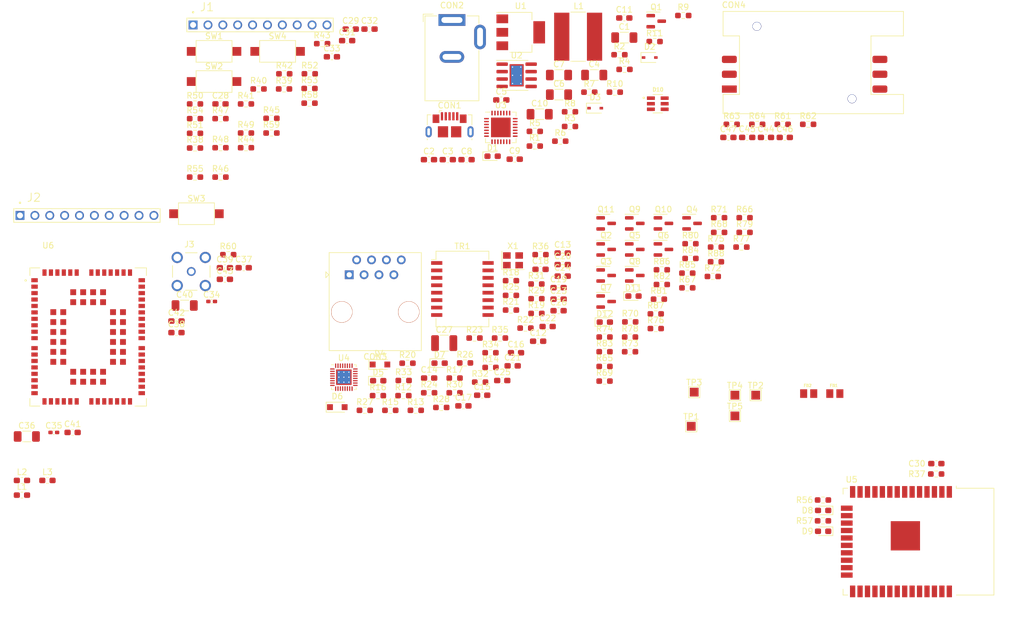
<source format=kicad_pcb>
(kicad_pcb (version 20211014) (generator pcbnew)
  (layers (0 "F.Cu" signal) (31 "B.Cu" signal) (34 "B.Paste" user) (35 "F.Paste" user) (36 "B.SilkS" user "B.Silkscreen") (37 "F.SilkS" user "F.Silkscreen") (38 "B.Mask" user) (39 "F.Mask" user) (44 "Edge.Cuts" user))
  (net 0 "")
  (net 1 "+3V3")
  (net 2 "GND")
  (net 3 "Net-(C3-Pad1)")
  (net 4 "Net-(C3-Pad2)")
  (net 5 "<NO NET>")
  (net 6 "Net-(C8-Pad1)")
  (net 7 "Net-(C8-Pad2)")
  (net 8 "Net-(C9-Pad2)")
  (net 9 "/PHY_IP101/X2")
  (net 10 "/PHY_IP101/X1")
  (net 11 "/PHY_IP101/RESET_N")
  (net 12 "Net-(C21-Pad2)")
  (net 13 "Net-(C22-Pad2)")
  (net 14 "Net-(C23-Pad1)")
  (net 15 "Net-(C23-Pad2)")
  (net 16 "Net-(C24-Pad1)")
  (net 17 "Net-(C24-Pad2)")
  (net 18 "Net-(C25-Pad1)")
  (net 19 "Net-(C25-Pad2)")
  (net 20 "Net-(C26-Pad1)")
  (net 21 "Net-(C26-Pad2)")
  (net 22 "Net-(C27-Pad2)")
  (net 23 "/ESP32/ENABLE")
  (net 24 "/ESP32/IO2")
  (net 25 "/ESP32/IO5")
  (net 26 "Net-(C34-Pad2)")
  (net 27 "/BG95M3/ANT_MAIN")
  (net 28 "/BG95M3/SIM_CARD/CIO")
  (net 29 "/BG95M3/SIM_CARD/RST")
  (net 30 "/BG95M3/SIM_CARD/CLK")
  (net 31 "/BG95M3/USIM_VDD")
  (net 32 "VBUS")
  (net 33 "/POWER_SUPPLY/D-")
  (net 34 "/POWER_SUPPLY/D+")
  (net 36 "+12V")
  (net 37 "Net-(CON3-Pad1)")
  (net 38 "Net-(CON3-Pad2)")
  (net 39 "Net-(CON3-Pad3)")
  (net 40 "Net-(CON3-Pad6)")
  (net 41 "/BG95M3/USIM_GND")
  (net 43 "Net-(D1-Pad2)")
  (net 44 "+5VD")
  (net 45 "Net-(D4-Pad1)")
  (net 46 "Net-(D4-Pad2)")
  (net 47 "Net-(D5-Pad1)")
  (net 48 "Net-(D6-Pad1)")
  (net 49 "Net-(D6-Pad2)")
  (net 50 "Net-(D7-Pad1)")
  (net 51 "/PHY_IP101/PHY_AD3")
  (net 52 "Net-(D8-Pad2)")
  (net 53 "Net-(D9-Pad2)")
  (net 55 "Net-(D12-Pad1)")
  (net 56 "Net-(D11-Pad1)")
  (net 57 "Net-(D11-Pad2)")
  (net 58 "/ESP32/SENSOR_VP")
  (net 59 "/ESP32/SENSOR_VN")
  (net 60 "/ESP32/IO14")
  (net 61 "/ESP32/IO16")
  (net 62 "/ESP32/SDO{slash}SD0")
  (net 63 "/ESP32/SDI{slash}SD1")
  (net 64 "/ESP32/SHD{slash}SD2")
  (net 65 "/ESP32/SWP{slash}SD3")
  (net 66 "/ESP32/SCK{slash}CLK")
  (net 67 "/ESP32/SCS{slash}CMD")
  (net 68 "Net-(Q1-Pad1)")
  (net 69 "Net-(Q2-Pad1)")
  (net 70 "/BG95M3/~{RESET}")
  (net 71 "Net-(Q3-Pad1)")
  (net 72 "/BG95M3/MAIN_RXD")
  (net 73 "Net-(Q4-Pad1)")
  (net 74 "/ESP32/BG95_RXD")
  (net 75 "Net-(Q5-Pad1)")
  (net 76 "Net-(Q6-Pad1)")
  (net 77 "Net-(Q7-Pad1)")
  (net 78 "/BG95M3/~{PWRKEY}")
  (net 79 "Net-(Q8-Pad1)")
  (net 80 "/ESP32/BG95_DTR")
  (net 81 "/BG95M3/MAIN_DTR")
  (net 82 "Net-(Q9-Pad1)")
  (net 83 "/ESP32/BG95_RI")
  (net 84 "/BG95M3/MAIN_RI")
  (net 85 "Net-(Q10-Pad1)")
  (net 86 "Net-(Q11-Pad1)")
  (net 87 "Net-(R1-Pad2)")
  (net 88 "Net-(R2-Pad2)")
  (net 89 "Net-(R3-Pad2)")
  (net 90 "Net-(R4-Pad2)")
  (net 91 "Net-(R8-Pad1)")
  (net 92 "/PHY_IP101/50M_CLKI")
  (net 93 "Net-(R12-Pad2)")
  (net 94 "/PHY_IP101/50M_CLKO")
  (net 95 "/ESP32/PHY_CLK50M")
  (net 96 "Net-(R15-Pad1)")
  (net 97 "/ESP32/PHY_MDC")
  (net 98 "/ESP32/PHY_MDIO")
  (net 99 "/ESP32/PHY_TXD1")
  (net 100 "/PHY_IP101/TD+")
  (net 101 "/PHY_IP101/PHY_AD0")
  (net 102 "/PHY_IP101/TD-")
  (net 103 "/PHY_IP101/TEST_ON")
  (net 104 "/PHY_IP101/CRS{slash}LEDMOD")
  (net 105 "/PHY_IP101/COL{slash}RMII")
  (net 106 "/PHY_IP101/TXER{slash}FXSD")
  (net 107 "/PHY_IP101/RD+")
  (net 108 "/PHY_IP101/RD-")
  (net 109 "/ESP32/UART0_RXD")
  (net 110 "/ESP32/IO1")
  (net 111 "/ESP32/UART0_TXD")
  (net 112 "/ESP32/IO3")
  (net 113 "/ESP32/IO4")
  (net 114 "/ESP32/BG95_RST")
  (net 115 "/ESP32/IO35")
  (net 116 "/ESP32/IO17")
  (net 117 "/ESP32/BG95_TXD")
  (net 118 "/ESP32/IO33")
  (net 119 "/ESP32/IO32")
  (net 120 "/ESP32/IO15")
  (net 121 "/ESP32/BG95_PWRKEY")
  (net 122 "/ESP32/IO0")
  (net 123 "/ESP32/IO27")
  (net 124 "/ESP32/PHY_CRS_DV")
  (net 125 "/ESP32/IO21")
  (net 126 "/ESP32/PHY_TXEN")
  (net 127 "/ESP32/IO18")
  (net 128 "/ESP32/IO23")
  (net 129 "/ESP32/IO25")
  (net 130 "/ESP32/PHY_RXD0")
  (net 131 "/ESP32/IO26")
  (net 132 "/ESP32/PHY_RXD1")
  (net 133 "/ESP32/IO19")
  (net 134 "/ESP32/PHY_TXD0")
  (net 135 "/ESP32/IO22")
  (net 136 "/ESP32/IO34")
  (net 137 "/ESP32/IO12")
  (net 138 "/ESP32/IO13")
  (net 139 "/BG95M3/USIM_RST")
  (net 140 "/BG95M3/USIM_DATA")
  (net 141 "/BG95M3/USIM_CLK")
  (net 142 "/BG95M3/MAIN_TXD")
  (net 143 "/BG95M3/STATUS")
  (net 144 "/BG95M3/NET_STATUS")
  (net 178 "Net-(U6-Pad11)")
  (net 206 "Net-(D12-Pad2)")
  (footprint "TestPoint:TestPoint_Pad_1.5x1.5mm" (layer "F.Cu") (at 149.0175 82.538)
    (fp_text reference "TP2")
    (fp_text value "TestPoint")
  )
  (footprint "Resistor_SMD:R_0603_1608Metric_Pad0.98x0.95mm_HandSolder" (layer "F.Cu") (at 141.6945 62.258)
    (fp_text reference "R72")
    (fp_text value "1k")
  )
  (footprint "Capacitor_SMD:C_0603_1608Metric_Pad1.08x0.95mm_HandSolder" (layer "F.Cu") (at 113.4945 70.808)
    (fp_text reference "C22")
    (fp_text value "100nF/16V")
  )
  (footprint "Transformer_SMD:Transformer_Ethernet_Wuerth_749013011A" (layer "F.Cu") (at 98.9445 64.398)
    (fp_text reference "TR1")
    (fp_text value "S16A-1102")
  )
  (footprint "Capacitor_SMD:C_0603_1608Metric_Pad1.08x0.95mm_HandSolder" (layer "F.Cu") (at 50.1245 71.848)
    (fp_text reference "C38")
    (fp_text value "33pF/16V")
  )
  (footprint "Resistor_SMD:R_0603_1608Metric_Pad0.98x0.95mm_HandSolder" (layer "F.Cu") (at 120.6145 30.768)
    (fp_text reference "R7")
    (fp_text value "10k")
  )
  (footprint "Resistor_SMD:R_0603_1608Metric_Pad0.98x0.95mm_HandSolder" (layer "F.Cu") (at 53.2945 45.278)
    (fp_text reference "R55")
    (fp_text value "0R")
  )
  (footprint "Resistor_SMD:R_0603_1608Metric_Pad0.98x0.95mm_HandSolder" (layer "F.Cu") (at 61.9945 40.258)
    (fp_text reference "R44")
    (fp_text value "0R")
  )
  (footprint "Alexandre_Library:BEADC2012X105N" (layer "F.Cu") (at 162.5255 82.271)
    (fp_text reference "FB1")
    (fp_text value "MPZ2012S102AT000" hide)
  )
  (footprint "Resistor_SMD:R_0603_1608Metric_Pad0.98x0.95mm_HandSolder" (layer "F.Cu") (at 103.7445 77.798)
    (fp_text reference "R14")
    (fp_text value "0R")
  )
  (footprint "Resistor_SMD:R_0603_1608Metric_Pad0.98x0.95mm_HandSolder" (layer "F.Cu") (at 126.6245 26.878)
    (fp_text reference "R4")
    (fp_text value "33k")
  )
  (footprint "TestPoint:TestPoint_Pad_1.5x1.5mm" (layer "F.Cu") (at 138.5225 82.017)
    (fp_text reference "TP3")
    (fp_text value "TestPoint")
  )
  (footprint "Capacitor_SMD:C_0603_1608Metric_Pad1.08x0.95mm_HandSolder" (layer "F.Cu") (at 116.0645 60.228)
    (fp_text reference "C20")
    (fp_text value "100nF/16V")
  )
  (footprint "Package_TO_SOT_SMD:SOT-23" (layer "F.Cu") (at 123.4845 53.188)
    (fp_text reference "Q11")
    (fp_text value "BC817")
  )
  (footprint "Resistor_SMD:R_0603_1608Metric_Pad0.98x0.95mm_HandSolder" (layer "F.Cu") (at 72.8845 27.628)
    (fp_text reference "R52")
    (fp_text value "0R")
  )
  (footprint "Button_Switch_SMD:SW_SPST_CK_RS282G05A3" (layer "F.Cu") (at 67.3945 23.798)
    (fp_text reference "SW4")
    (fp_text value "SW_Push")
  )
  (footprint "Diode_SMD:D_SOD-323" (layer "F.Cu") (at 130.9245 24.848)
    (fp_text reference "D2")
    (fp_text value "BAT60A")
  )
  (footprint "Capacitor_SMD:C_0603_1608Metric_Pad1.08x0.95mm_HandSolder" (layer "F.Cu") (at 107.5245 77.528)
    (fp_text reference "C21")
    (fp_text value "100nF/16V")
  )
  (footprint "Capacitor_SMD:C_0603_1608Metric_Pad1.08x0.95mm_HandSolder" (layer "F.Cu") (at 79.8745 19.988)
    (fp_text reference "C29")
    (fp_text value "100nF/16V")
  )
  (footprint "Resistor_SMD:R_0603_1608Metric_Pad0.98x0.95mm_HandSolder" (layer "F.Cu") (at 136.6545 17.668)
    (fp_text reference "R9")
    (fp_text value "6k8")
  )
  (footprint "Alexandre_Library:ESDA6V1BC6" (layer "F.Cu") (at 132.2995 32.741)
    (fp_text reference "D10")
    (fp_text value "ESDA6V1BC6" hide)
  )
  (footprint "Capacitor_SMD:C_0603_1608Metric_Pad1.08x0.95mm_HandSolder" (layer "F.Cu") (at 115.3645 64.168)
    (fp_text reference "C19")
    (fp_text value "100nF/16V")
  )
  (footprint "Resistor_SMD:R_0603_1608Metric_Pad0.98x0.95mm_HandSolder" (layer "F.Cu") (at 115.6545 39.138)
    (fp_text reference "R6")
    (fp_text value "47k")
  )
  (footprint "Resistor_SMD:R_0603_1608Metric_Pad0.98x0.95mm_HandSolder" (layer "F.Cu") (at 137.3445 61.688)
    (fp_text reference "R85")
    (fp_text value "47k")
  )
  (footprint "Resistor_SMD:R_0603_1608Metric_Pad0.98x0.95mm_HandSolder" (layer "F.Cu") (at 132.9945 61.118)
    (fp_text reference "R86")
    (fp_text value "47k")
  )
  (footprint "Capacitor_SMD:C_0603_1608Metric_Pad1.08x0.95mm_HandSolder" (layer "F.Cu") (at 107.8745 42.218)
    (fp_text reference "C9")
    (fp_text value "100nF")
  )
  (footprint "Resistor_SMD:R_0603_1608Metric_Pad0.98x0.95mm_HandSolder" (layer "F.Cu") (at 131.9545 71.158)
    (fp_text reference "R76")
    (fp_text value "10k")
  )
  (footprint "Package_TO_SOT_SMD:SOT-23" (layer "F.Cu") (at 138.1545 53.188)
    (fp_text reference "Q4")
    (fp_text value "BC817")
  )
  (footprint "Diode_SMD:D_SOD-323" (layer "F.Cu") (at 121.6145 33.498)
    (fp_text reference "D3")
    (fp_text value "BAT60A")
  )
  (footprint "Capacitor_SMD:C_0603_1608Metric_Pad1.08x0.95mm_HandSolder" (layer "F.Cu") (at 108.0945 75.288)
    (fp_text reference "C16")
    (fp_text value "10uF/16V")
  )
  (footprint "Resistor_SMD:R_0603_1608Metric_Pad0.98x0.95mm_HandSolder" (layer "F.Cu") (at 132.4945 66.138)
    (fp_text reference "R81")
    (fp_text value "4k7")
  )
  (footprint "Resistor_SMD:R_0603_1608Metric_Pad0.98x0.95mm_HandSolder" (layer "F.Cu") (at 137.8845 56.668)
    (fp_text reference "R80")
    (fp_text value "2k2")
  )
  (footprint "Package_TO_SOT_SMD:SOT-23" (layer "F.Cu") (at 133.2645 53.188)
    (fp_text reference "Q10")
    (fp_text value "BC817")
  )
  (footprint "Capacitor_SMD:C_0603_1608Metric_Pad1.08x0.95mm_HandSolder" (layer "F.Cu") (at 126.5845 18.088)
    (fp_text reference "C11")
    (fp_text value "1uF/25V")
  )
  (footprint "LED_SMD:LED_0603_1608Metric_Pad1.05x0.95mm_HandSolder" (layer "F.Cu") (at 123.2595 70.058)
    (fp_text reference "D12")
    (fp_text value "LED_BLUE")
  )
  (footprint "Resistor_SMD:R_0603_1608Metric_Pad0.98x0.95mm_HandSolder" (layer "F.Cu") (at 66.3445 37.748)
    (fp_text reference "R59")
    (fp_text value "10k")
  )
  (footprint "Capacitor_SMD:C_0603_1608Metric_Pad1.08x0.95mm_HandSolder" (layer "F.Cu") (at 153.9845 38.498)
    (fp_text reference "C46")
    (fp_text value "33pF/16V")
  )
  (footprint "Resistor_SMD:R_0603_1608Metric_Pad0.98x0.95mm_HandSolder" (layer "F.Cu") (at 72.8445 32.648)
    (fp_text reference "R58")
    (fp_text value "10k")
  )
  (footprint "Diode_SMD:D_SOD-323_HandSoldering" (layer "F.Cu") (at 77.5845 84.588)
    (fp_text reference "D6")
    (fp_text value "SP4020-01FTG-C")
  )
  (footprint "Resistor_SMD:R_0603_1608Metric_Pad0.98x0.95mm_HandSolder" (layer "F.Cu") (at 146.5845 57.238)
    (fp_text reference "R77")
    (fp_text value "4k7")
  )
  (footprint "Resistor_SMD:R_0603_1608Metric_Pad0.98x0.95mm_HandSolder" (layer "F.Cu") (at 111.3045 39.978)
    (fp_text reference "R1")
    (fp_text value "1k")
  )
  (footprint "Capacitor_SMD:C_0603_1608Metric_Pad1.08x0.95mm_HandSolder" (layer "F.Cu") (at 99.1145 84.368)
    (fp_text reference "C17")
    (fp_text value "100nF/16V")
  )
  (footprint "Resistor_SMD:R_0603_1608Metric_Pad0.98x0.95mm_HandSolder" (layer "F.Cu") (at 157.9745 36.258)
    (fp_text reference "R62")
    (fp_text value "22R")
  )
  (footprint "Capacitor_SMD:C_0603_1608Metric_Pad1.08x0.95mm_HandSolder" (layer "F.Cu") (at 116.0645 58.258)
    (fp_text reference "C13")
    (fp_text value "15pF/50V")
  )
  (footprint "Capacitor_SMD:C_0603_1608Metric_Pad1.08x0.95mm_HandSolder" (layer "F.Cu") (at 58.3945 62.738)
    (fp_text reference "C43")
    (fp_text value "10pF/16V")
  )
  (footprint "Resistor_SMD:R_0603_1608Metric_Pad0.98x0.95mm_HandSolder" (layer "F.Cu") (at 111.5845 68.568)
    (fp_text reference "R19")
    (fp_text value "0R")
  )
  (footprint "Inductor_SMD:L_0603_1608Metric_Pad1.05x0.95mm_HandSolder" (layer "F.Cu") (at 28.0945 97.108)
    (fp_text reference "L3")
    (fp_text value "BEAD")
  )
  (footprint "Resistor_SMD:R_0603_1608Metric_Pad0.98x0.95mm_HandSolder" (layer "F.Cu") (at 127.5645 75.118)
    (fp_text reference "R73")
    (fp_text value "10k")
  )
  (footprint "Resistor_SMD:R_0603_1608Metric_Pad0.98x0.95mm_HandSolder" (layer "F.Cu") (at 99.3945 77.028)
    (fp_text reference "R26")
    (fp_text value "5.1k")
  )
  (footprint "Package_TO_SOT_SMD:SOT-23" (layer "F.Cu") (at 128.3745 62.088)
    (fp_text reference "Q8")
    (fp_text value "BC817")
  )
  (footprint "Capacitor_SMD:C_0603_1608Metric_Pad1.08x0.95mm_HandSolder" (layer "F.Cu") (at 83.0845 19.988)
    (fp_text reference "C32")
    (fp_text value "100nF/16V")
  )
  (footprint "Resistor_SMD:R_0603_1608Metric_Pad0.98x0.95mm_HandSolder" (layer "F.Cu") (at 64.1445 30.218)
    (fp_text reference "R40")
    (fp_text value "0R")
  )
  (footprint "Resistor_SMD:R_0603_1608Metric_Pad0.98x0.95mm_HandSolder" (layer "F.Cu") (at 57.6445 35.288)
    (fp_text reference "R47")
    (fp_text value "0R")
  )
  (footprint "Resistor_SMD:R_0603_1608Metric_Pad0.98x0.95mm_HandSolder" (layer "F.Cu") (at 57.6445 40.258)
    (fp_text reference "R48")
    (fp_text value "0R")
  )
  (footprint "Resistor_SMD:R_0603_1608Metric_Pad0.98x0.95mm_HandSolder" (layer "F.Cu") (at 147.1245 54.728)
    (fp_text reference "R79")
    (fp_text value "2k2")
  )
  (footprint "Capacitor_SMD:C_1210_3225Metric_Pad1.33x2.70mm_HandSolder" (layer "F.Cu") (at 95.8345 73.648)
    (fp_text reference "C27")
    (fp_text value "1nF/2kV")
  )
  (footprint "Resistor_SMD:R_0603_1608Metric_Pad0.98x0.95mm_HandSolder" (layer "F.Cu") (at 61.9945 37.748)
    (fp_text reference "R49")
    (fp_text value "0R")
  )
  (footprint "Capacitor_SMD:C_1206_3216Metric_Pad1.33x1.80mm_HandSolder" (layer "F.Cu") (at 121.4445 27.838)
    (fp_text reference "C4")
    (fp_text value "10uF/25V")
  )
  (footprint "Button_Switch_SMD:SW_SPST_CK_RS282G05A3" (layer "F.Cu") (at 53.5345 51.538)
    (fp_text reference "SW3")
    (fp_text value "SW_Push")
  )
  (footprint "LED_SMD:LED_0603_1608Metric_Pad1.05x0.95mm_HandSolder" (layer "F.Cu") (at 128.1495 65.608)
    (fp_text reference "D11")
    (fp_text value "LED_RED")
  )
  (footprint "Package_DFN_QFN:QFN-28-1EP_5x5mm_P0.5mm_EP3.35x3.35mm" (layer "F.Cu") (at 105.5045 36.788)
    (fp_text reference "U3")
    (fp_text value "CP2102N")
  )
  (footprint "Resistor_SMD:R_0603_1608Metric_Pad0.98x0.95mm_HandSolder" (layer "F.Cu") (at 137.8845 59.178)
    (fp_text reference "R84")
    (fp_text value "4k7")
  )
  (footprint "Package_TO_SOT_SMD:SOT-23" (layer "F.Cu") (at 133.2645 57.638)
    (fp_text reference "Q6")
    (fp_text value "BC817")
  )
  (footprint "TestPoint:TestPoint_Pad_1.5x1.5mm" (layer "F.Cu") (at 145.4675 86.088)
    (fp_text reference "TP5")
    (fp_text value "TestPoint")
  )
  (footprint "Resistor_SMD:R_0603_1608Metric_Pad0.98x0.95mm_HandSolder" (layer "F.Cu") (at 61.9945 32.778)
    (fp_text reference "R41")
    (fp_text value "0R")
  )
  (footprint "Capacitor_SMD:C_0603_1608Metric_Pad1.08x0.95mm_HandSolder" (layer "F.Cu") (at 61.6045 60.768)
    (fp_text reference "C37")
    (fp_text value "100nF/16V")
  )
  (footprint "Resistor_SMD:R_0603_1608Metric_Pad0.98x0.95mm_HandSolder" (layer "F.Cu") (at 160.5045 100.457)
    (fp_text reference "R56")
    (fp_text value "330R" hide)
  )
  (footprint "Inductor_SMD:L_0603_1608Metric_Pad1.05x0.95mm_HandSolder" (layer "F.Cu") (at 23.7445 99.618)
    (fp_text reference "L1")
    (fp_text value "BEAD")
  )
  (footprint "Resistor_SMD:R_0603_1608Metric_Pad0.98x0.95mm_HandSolder" (layer "F.Cu") (at 53.2945 35.288)
    (fp_text reference "R54")
    (fp_text value "0R")
  )
  (footprint "Capacitor_SMD:C_0603_1608Metric_Pad1.08x0.95mm_HandSolder" (layer "F.Cu") (at 150.7745 38.498)
    (fp_text reference "C44")
    (fp_text value "33pF/16V")
  )
  (footprint "Resistor_SMD:R_0603_1608Metric_Pad0.98x0.95mm_HandSolder" (layer "F.Cu") (at 137.3445 64.198)
    (fp_text reference "R67")
    (fp_text value "10k")
  )
  (footprint "Capacitor_SMD:C_0603_1608Metric_Pad1.08x0.95mm_HandSolder" (layer "F.Cu") (at 76.6645 24.718)
    (fp_text reference "C33")
    (fp_text value "100nF/16V")
  )
  (footprint "Capacitor_SMD:C_1206_3216Metric_Pad1.33x1.80mm_HandSolder" (layer "F.Cu") (at 24.5745 89.598)
    (fp_text reference "C36")
    (fp_text value "100uF/6,3V")
  )
  (footprint "Resistor_SMD:R_0603_1608Metric_Pad0.98x0.95mm_HandSolder" (layer "F.Cu") (at 74.9945 22.478)
    (fp_text reference "R43")
    (fp_text value "0R")
  )
  (footprint "Resistor_SMD:R_0603_1608Metric_Pad0.98x0.95mm_HandSolder" (layer "F.Cu") (at 147.1245 52.218)
    (fp_text reference "R66")
    (fp_text value "10k")
  )
  (footprint "Resistor_SMD:R_0603_1608Metric_Pad0.98x0.95mm_HandSolder" (layer "F.Cu") (at 105.3645 72.778)
    (fp_text reference "R35")
    (fp_text value "75R")
  )
  (footprint "Alexandre_Library:LPRS_SMA_CONNECTOR" (layer "F.Cu") (at 52.6545 61.408)
    (fp_text reference "J3")
    (fp_text value "SMA_CONNECTOR")
  )
  (footprint "Resistor_SMD:R_0603_1608Metric_Pad0.98x0.95mm_HandSolder" (layer "F.Cu") (at 142.2345 59.748)
    (fp_text reference "R88")
    (fp_text value "100k")
  )
  (footprint "Resistor_SMD:R_0603_1608Metric_Pad0.98x0.95mm_HandSolder" (layer "F.Cu") (at 103.7445 75.288)
    (fp_text reference "R34")
    (fp_text value "75R")
  )
  (footprint "Resistor_SMD:R_0603_1608Metric_Pad0.98x0.95mm_HandSolder" (layer "F.Cu") (at 123.2145 80.138)
    (fp_text reference "R69")
    (fp_text value "10k")
  )
  (footprint "LED_SMD:LED_0603_1608Metric_Pad1.05x0.95mm_HandSolder" (layer "F.Cu") (at 84.5695 80.068)
    (fp_text reference "D5")
    (fp_text value "LED_RED")
  )
  (footprint "Resistor_SMD:R_0603_1608Metric_Pad0.98x0.95mm_HandSolder" (layer "F.Cu") (at 117.3145 36.628)
    (fp_text reference "R3")
    (fp_text value "22k")
  )
  (footprint "Capacitor_SMD:C_1206_3216Metric_Pad1.33x1.80mm_HandSolder" (layer "F.Cu") (at 126.5845 21.438)
    (fp_text reference "C1")
    (fp_text value "4.7uF/16V")
  )
  (footprint "Package_TO_SOT_SMD:SOT-223-3_TabPin2" (layer "F.Cu") (at 108.9045 20.538)
    (fp_text reference "U1")
    (fp_text value "AP1117-33")
  )
  (footprint "Connector_USB:USB_Micro-B_GCT_USB3076-30-A" (layer "F.Cu") (at 96.7545 36.338)
    (fp_text reference "CON1")
    (fp_text value "USB_B_Micro")
  )
  (footprint "Package_TO_SOT_SMD:SOT-23" (layer "F.Cu") (at 128.3745 57.638)
    (fp_text reference "Q5")
    (fp_text value "BC817")
  )
  (footprint "Resistor_SMD:R_0603_1608Metric_Pad0.98x0.95mm_HandSolder" (layer "F.Cu") (at 149.2745 36.258)
    (fp_text reference "R64")
    (fp_text value "22R")
  )
  (footprint "Capacitor_SMD:C_0603_1608Metric_Pad1.08x0.95mm_HandSolder" (layer "F.Cu") (at 93.2345 42.298)
    (fp_text reference "C2")
    (fp_text value "100nF/16V")
  )
  (footprint "Package_SO:SOIC-8-1EP_3.9x4.9mm_P1.27mm_EP2.41x3.81mm_ThermalVias" (layer "F.Cu") (at 108.2045 27.888)
    (fp_text reference "U2")
    (fp_text value "AP6503")
  )
  (footprint "Resistor_SMD:R_0603_1608Metric_Pad0.98x0.95mm_HandSolder" (layer "F.Cu") (at 84.5245 82.618)
    (fp_text reference "R16")
    (fp_text value "10k")
  )
  (footprint "Package_TO_SOT_SMD:SOT-23" (layer "F.Cu") (at 123.4845 57.638)
    (fp_text reference "Q2")
    (fp_text value "BC817")
  )
  (footprint "Capacitor_SMD:C_1206_3216Metric_Pad1.33x1.80mm_HandSolder" (layer "F.Cu") (at 115.4345 27.838)
    (fp_text reference "C7")
    (fp_text value "22uF/16V")
  )
  (footprint "LED_SMD:LED_0603_1608Metric_Pad1.05x0.95mm_HandSolder" (layer "F.Cu") (at 95.0495 77.068)
    (fp_text reference "D7")
    (fp_text value "LED_GREEN")
  )
  (footprint "Resistor_SMD:R_0603_1608Metric_Pad0.98x0.95mm_HandSolder" (layer "F.Cu") (at 68.4945 30.218)
    (fp_text reference "R39")
    (fp_text value "0R")
  )
  (footprint "LED_SMD:LED_0603_1608Metric_Pad1.05x0.95mm_HandSolder" (layer "F.Cu") (at 104.0995 41.708)
    (fp_text reference "D1")
    (fp_text value "LED_GREEN")
  )
  (footprint "Capacitor_SMD:C_0603_1608Metric_Pad1.08x0.95mm_HandSolder" (layer "F.Cu") (at 179.8585 94.234 180)
    (fp_text reference "C30")
    (fp_text value "100nF/16V" hide)
  )
  (footprint "Resistor_SMD:R_0603_1608Metric_Pad0.98x0.95mm_HandSolder" (layer "F.Cu") (at 127.6045 70.018)
    (fp_text reference "R70")
    (fp_text value "1k")
  )
  (footprint "Resistor_SMD:R_0603_1608Metric_Pad0.98x0.95mm_HandSolder" (layer "F.Cu") (at 153.6245 36.258)
    (fp_text reference "R61")
    (fp_text value "15k")
  )
  (footprint "Capacitor_SMD:C_0603_1608Metric_Pad1.08x0.95mm_HandSolder" (layer "F.Cu") (at 96.4445 42.298)
    (fp_text reference "C3")
    (fp_text value "10nF")
  )
  (footprint "Resistor_SMD:R_0603_1608Metric_Pad0.98x0.95mm_HandSolder" (layer "F.Cu") (at 131.9545 68.648)
    (fp_text reference "R87")
    (fp_text value "100k")
  )
  (footprint "Resistor_SMD:R_0603_1608Metric_Pad0.98x0.95mm_HandSolder" (layer "F.Cu") (at 57.6445 45.278)
    (fp_text reference "R46")
    (fp_text value "0R")
  )
  (footprint "Capacitor_SMD:C_0603_1608Metric_Pad1.08x0.95mm_HandSolder" (layer "F.Cu") (at 144.3545 38.498)
    (fp_text reference "C47")
    (fp_text value "33pF/16V")
  )
  (footprint "Alexandre_Library:TE_104426-8" (layer "F.Cu") (at 34.8415 51.831)
    (fp_text reference "J2")
    (fp_text value "104426-8")
  )
  (footprint "Resistor_SMD:R_0603_1608Metric_Pad0.98x0.95mm_HandSolder" (layer "F.Cu") (at 88.8745 82.618)
    (fp_text reference "R12")
    (fp_text value "0R")
  )
  (footprint "Oscillator:Oscillator_SMD_Abracon_ASE-4Pin_3.2x2.5mm" (layer "F.Cu") (at 107.5845 59.498)
    (fp_text reference "X1")
    (fp_text value "25MHz")
  )
  (footprint "Capacitor_SMD:C_0402_1005Metric_Pad0.74x0.62mm_HandSolder" (layer "F.Cu") (at 29.1845 88.908)
    (fp_text reference "C35")
    (fp_text value "33pF/16V")
  )
  (footprint "Resistor_SMD:R_0603_1608Metric_Pad0.98x0.95mm_HandSolder" (layer "F.Cu") (at 93.2645 82.128)
    (fp_text reference "R24")
    (fp_text value "5.1k")
  )
  (footprint "Resistor_SMD:R_0603_1608Metric_Pad0.98x0.95mm_HandSolder" (layer "F.Cu") (at 111.3045 37.468)
    (fp_text reference "R5")
    (fp_text value "1k")
  )
  (footprint "Resistor_SMD:R_0603_1608Metric_Pad0.98x0.95mm_HandSolder" (layer "F.Cu") (at 142.7745 54.728)
    (fp_text reference "R68")
    (fp_text value "1k")
  )
  (footprint "Capacitor_SMD:C_0603_1608Metric_Pad1.08x0.95mm_HandSolder" (layer "F.Cu") (at 57.6445 32.778)
    (fp_text reference "C28")
    (fp_text value "1uF/16V")
  )
  (footprint "Resistor_SMD:R_0603_1608Metric_Pad0.98x0.95mm_HandSolder" (layer "F.Cu") (at 144.9245 36.258)
    (fp_text reference "R63")
    (fp_text value "22R")
  )
  (footprint "TestPoint:TestPoint_Pad_1.5x1.5mm" (layer "F.Cu") (at 138.0145 87.859)
    (fp_text reference "TP1")
    (fp_text value "TestPoint")
  )
  (footprint "Resistor_SMD:R_0603_1608Metric_Pad0.98x0.95mm_HandSolder" (layer "F.Cu") (at 117.3145 34.118)
    (fp_text reference "R8")
    (fp_text value "10k")
  )
  (footprint "Capacitor_SMD:C_0603_1608Metric_Pad1.08x0.95mm_HandSolder" (layer "F.Cu") (at 112.2845 61.038)
    (fp_text reference "C18")
    (fp_text value "10uF/16V")
  )
  (footprint "Capacitor_SMD:C_0603_1608Metric_Pad1.08x0.95mm_HandSolder" (layer "F.Cu") (at 111.8745 73.318)
    (fp_text reference "C12")
    (fp_text value "15pF/50V")
  )
  (footprint "Package_TO_SOT_SMD:SOT-23" (layer "F.Cu") (at 123.4845 66.538)
    (fp_text reference "Q7")
    (fp_text value "BC817")
  )
  (footprint "Resistor_SMD:R_0603_1608Metric_Pad0.98x0.95mm_HandSolder" (layer "F.Cu") (at 123.2145 75.118)
    (fp_text reference "R83")
    (fp_text value "4k7")
  )
  (footprint "Resistor_SMD:R_0603_1608Metric_Pad0.98x0.95mm_HandSolder" (layer "F.Cu") (at 68.5345 27.628)
    (fp_text reference "R42")
    (fp_text value "0R")
  )
  (footprint "Resistor_SMD:R_0603_1608Metric_Pad0.98x0.95mm_HandSolder" (layer "F.Cu") (at 142.7745 52.218)
    (fp_text reference "R71")
    (fp_text value "1k")
  )
  (footprint "Resistor_SMD:R_0603_1608Metric_Pad0.98x0.95mm_HandSolder" (layer "F.Cu") (at 124.9645 30.768)
    (fp_text reference "R10")
    (fp_text value "100k")
  )
  (footprint "Resistor_SMD:R_0603_1608Metric_Pad0.98x0.95mm_HandSolder" (layer "F.Cu") (at 88.9145 80.028)
    (fp_text reference "R33")
    (fp_text value "75R")
  )
  (footprint "Inductor_SMD:L_0603_1608Metric_Pad1.05x0.95mm_HandSolder" (layer "F.Cu") (at 23.7445 97.108)
    (fp_text reference "L2")
    (fp_text value "BEAD")
  )
  (footprint "Resistor_SMD:R_0603_1608Metric_Pad0.98x0.95mm_HandSolder" (layer "F.Cu") (at 58.9645 58.528)
    (fp_text reference "R60")
    (fp_text value "0R")
  )
  (footprint "Connector_RJ:RJ45_OST_PJ012-8P8CX_Vertical" (layer "F.Cu") (at 79.6195 61.968)
    (fp_text reference "CON3")
    (fp_text value "8P8C")
  )
  (footprint "Resistor_SMD:R_0603_1608Metric_Pad0.98x0.95mm_HandSolder" (layer "F.Cu") (at 90.9845 85.128)
    (fp_text reference "R13")
    (fp_text value "0R")
  )
  (footprint "Resistor_SMD:R_0603_1608Metric_Pad0.98x0.95mm_HandSolder" (layer "F.Cu") (at 123.2145 72.608)
    (fp_text reference "R74")
    (fp_text value "100k")
  )
  (footprint "Resistor_SMD:R_0603_1608Metric_Pad0.98x0.95mm_HandSolder" (layer "F.Cu") (at 112.2845 58.528)
    (fp_text reference "R36")
    (fp_text value "75R")
  )
  (footprint "LED_SMD:LED_0603_1608Metric_Pad1.05x0.95mm_HandSolder" (layer "F.Cu") (at 160.528 102.235 180)
    (fp_text reference "D8")
    (fp_text value "LED_GREEN" hide)
  )
  (footprint "Capacitor_SMD:C_0603_1608Metric_Pad1.08x0.95mm_HandSolder" (layer "F.Cu") (at 115.3645 68.108)
    (fp_text reference "C26")
    (fp_text value "10nF/100V")
  )
  (footprint "Capacitor_SMD:C_0603_1608Metric_Pad1.08x0.95mm_HandSolder" (layer "F.Cu") (at 102.3245 82.548)
    (fp_text reference "C15")
    (fp_text value "100nF/16V")
  )
  (footprint "Capacitor_SMD:C_0603_1608Metric_Pad1.08x0.95mm_HandSolder" (layer "F.Cu") (at 93.2645 79.618)
    (fp_text reference "C14")
    (fp_text value "10uF/16V")
  )
  (footprint "Alexandre_Library:BEADC2012X105N" (layer "F.Cu") (at 158.0655 82.271)
    (fp_text reference "FB2")
    (fp_text value "MPZ2012S102AT000" hide)
  )
  (footprint "Button_Switch_SMD:SW_SPST_CK_RS282G05A3" (layer "F.Cu") (at 56.5445 23.798)
    (fp_text reference "SW1")
    (fp_text value "SW_Push")
  )
  (footprint "Resistor_SMD:R_0603_1608Metric_Pad0.98x0.95mm_HandSolder" (layer "F.Cu") (at 142.2345 57.238)
    (fp_text reference "R75")
    (fp_text value "100k")
  )
  (footprint "Capacitor_SMD:C_1206_3216Metric_Pad1.33x1.80mm_HandSolder" (layer "F.Cu") (at 112.1345 34.538)
    (fp_text reference "C10")
    (fp_text value "22uF/25V")
  )
  (footprint "RF_Module:ESP32-WROOM-32" (layer "F.Cu") (at 173.82 107.569 -90)
    (fp_text reference "U5")
    (fp_text value "ESP32-WROOM-32D" hide)
  )
  (footprint "Alexandre_Library:SIM_CARD_SIMPLES" (layer "F.Cu") (at 144.5195 30.243)
    (fp_text reference "CON4")
    (fp_text value "SIM_CARD")
  )
  (footprint "Resistor_SMD:R_0603_1608Metric_Pad0.98x0.95mm_HandSolder" (layer "F.Cu") (at 107.2345 65.488)
    (fp_text reference "R25")
    (fp_text value "5.1k")
  )
  (footprint "Resistor_SMD:R_0603_1608Metric_Pad0.98x0.95mm_HandSolder" (layer "F.Cu") (at 107.2345 67.998)
    (fp_text reference "R21")
    (fp_text value "5.1k")
  )
  (footprint "Resistor_SMD:R_0603_1608Metric_Pad0.98x0.95mm_HandSolder" (layer "F.Cu") (at 97.6145 82.128)
    (fp_text reference "R30")
    (fp_text value "0R")
  )
  (footprint "Resistor_SMD:R_0603_1608Metric_Pad0.98x0.95mm_HandSolder" (layer "F.Cu") (at 127.5645 72.608)
    (fp_text reference "R78")
    (fp_text value "4k7")
  )
  (footprint "Capacitor_SMD:C_0603_1608Metric_Pad1.08x0.95mm_HandSolder" (layer "F.Cu") (at 147.5645 38.498)
    (fp_text reference "C45")
    (fp_text value "100nF/16V")
  )
  (footprint "Connector_BarrelJack:BarrelJack_GCT_DCJ200-10-A_Horizontal" (layer "F.Cu") (at 97.1545 18.438)
    (fp_text reference "CON2")
    (fp_text value "Barrel_Jack_MountingPin")
  )
  (footprint "Resistor_SMD:R_0603_1608Metric_Pad0.98x0.95mm_HandSolder" (layer "F.Cu") (at 82.2845 85.128)
    (fp_text reference "R27")
    (fp_text value "5.1k")
  )
  (footprint "Resistor_SMD:R_0603_1608Metric_Pad0.98x0.95mm_HandSolder" (layer "F.Cu") (at 111.5845 66.058)
    (fp_text reference "R29")
    (fp_text value "0R")
  )
  (footprint "Resistor_SMD:R_0603_1608Metric_Pad0.98x0.95mm_HandSolder" (layer "F.Cu") (at 89.5745 77.078)
    (fp_text reference "R20")
    (fp_text value "0R")
  )
  (footprint "Package_TO_SOT_SMD:SOT-23" (layer "F.Cu") (at 128.3745 53.188)
    (fp_text reference "Q9")
    (fp_text value "BC817")
  )
  (footprint "Capacitor_SMD:C_0603_1608Metric_Pad1.08x0.95mm_HandSolder" (layer "F.Cu") (at 105.7445 80.038)
    (fp_text reference "C25")
    (fp_text value "10nF/100V")
  )
  (footprint "Capacitor_SMD:C_0603_1608Metric_Pad1.08x0.95mm_HandSolder" (layer "F.Cu") (at 58.3945 60.768)
    (fp_text reference "C39")
    (fp_text value "10pF/16V")
  )
  (footprint "Resistor_SMD:R_0603_1608Metric_Pad0.98x0.95mm_HandSolder" (layer "F.Cu") (at 72.8445 30.138)
    (fp_text reference "R53")
    (fp_text value "0R")
  )
  (footprint "Resistor_SMD:R_0603_1608Metric_Pad0.98x0.95mm_HandSolder" (layer "F.Cu") (at 86.6345 85.128)
    (fp_text reference "R15")
    (fp_text value "6.19k")
  )
  (footprint "Resistor_SMD:R_0603_1608Metric_Pad0.98x0.95mm_HandSolder" (layer "F.Cu") (at 101.0145 72.778)
    (fp_text reference "R23")
    (fp_text value "1k")
  )
  (footprint "Resistor_SMD:R_0603_1608Metric_Pad0.98x0.95mm_HandSolder" (layer "F.Cu") (at 97.6145 79.618)
    (fp_text reference "R17")
    (fp_text value "5.1k")
  )
  (footprint "Resistor_SMD:R_0603_1608Metric_Pad0.98x0.95mm_HandSolder" (layer "F.Cu") (at 53.2945 40.308)
    (fp_text reference "R38")
    (fp_text value "0R")
  )
  (footprint "Resistor_SMD:R_0603_1608Metric_Pad0.98x0.95mm_HandSolder" (layer "F.Cu") (at 111.5845 63.548)
    (fp_text reference "R31")
    (fp_text value "5.1k")
  )
  (footprint "Package_DFN_QFN:QFN-32-1EP_4x4mm_P0.4mm_EP2.65x2.65mm_ThermalVias" (layer "F.Cu") (at 78.7045 79.468)
    (fp_text reference "U4")
    (fp_text value "IP101GRI")
  )
  (footprint "Resistor_SMD:R_0603_1608Metric_Pad0.98x0.95mm_HandSolder" (layer "F.Cu") (at 109.7145 71.078)
    (fp_text reference "R22")
    (fp_text value "0R")
  )
  (footprint "Capacitor_SMD:C_0603_1608Metric_Pad1.08x0.95mm_HandSolder" (layer "F.Cu") (at 99.6545 42.298)
    (fp_text reference "C8")
    (fp_text value "6,8nF")
  )
  (footprint "Resistor_SMD:R_0603_1608Metric_Pad0.98x0.95mm_HandSolder" (layer "F.Cu") (at 95.3345 84.638)
    (fp_text reference "R28")
    (fp_text value "5.1k")
  )
  (footprint "Resistor_SMD:R_0603_1608Metric_Pad0.98x0.95mm_HandSolder" (layer "F.Cu") (at 53.2945 32.778)
    (fp_text reference "R50")
    (fp_text value "0R")
  )
  (footprint "Resistor_SMD:R_0603_1608Metric_Pad0.98x0.95mm_HandSolder" (layer "F.Cu") (at 107.2345 62.978)
    (fp_text reference "R18")
    (fp_text value "5.1k")
  )
  (footprint "Capacitor_SMD:C_0603_1608Metric_Pad1.08x0.95mm_HandSolder" (layer "F.Cu") (at 105.5845 32.098)
    (fp_text reference "C5")
    (fp_text value "100nF")
  )
  (footprint "Alexandre_Library:TE_104426-8" (layer "F.Cu") (at 64.3915 19.281)
    (fp_text reference "J1")
    (fp_text value "104426-8")
  )
  (footprint "Capacitor_SMD:C_0603_1608Metric_Pad1.08x0.95mm_HandSolder" (layer "F.Cu") (at 115.3645 66.138)
    (fp_text reference "C23")
    (fp_text value "10nF/100V")
  )
  (footprint "Capacitor_SMD:C_1206_3216Metric_Pad1.33x1.80mm_HandSolder" (layer "F.Cu") (at 51.5245 67.218)
    (fp_text reference "C40")
    (fp_text value "100uF/6,3V")
  )
  (footprint "Resistor_SMD:R_0603_1608Metric_Pad0.98x0.95mm_HandSolder" (layer "F.Cu") (at 179.832 96.012 180)
    (fp_text reference "R37")
    (fp_text value "10k" hide)
  )
  (footprint "Diode_SMD:D_SOD-323_HandSoldering" (layer "F.Cu") (at 84.8745 77.298)
    (fp_text reference "D4")
    (fp_text value "SP4020-01FTG-C")
  )
  (footprint "TestPoint:TestPoint_Pad_1.5x1.5mm" (layer "F.Cu") (at 145.4675 82.538)
    (fp_text reference "TP4")
    (fp_text value "TestPoint")
  )
  (footprint "Resistor_SMD:R_0603_1608Metric_Pad0.98x0.95mm_HandSolder" (layer "F.Cu") (at 101.9645 80.308)
    (fp_text reference "R32")
    (fp_text value "1k")
  )
  (footprint "Capacitor_SMD:C_0603_1608Metric_Pad1.08x0.95mm_HandSolder" (layer "F.Cu") (at 32.3945 88.908)
    (fp_text reference "C41")
    (fp_text value "100nF/16V")
  )
  (footprint "Resistor_SMD:R_0603_1608Metric_Pad0.98x0.95mm_HandSolder" (layer "F.Cu") (at 53.2945 37.798)
    (fp_text reference "R51")
    (fp_text value "0R")
  )
  (footprint "Resistor_SMD:R_0603_1608Metric_Pad0.98x0.95mm_HandSolder" (layer "F.Cu") (at 132.9945 63.628)
    (fp_text reference "R82")
    (fp_text value "4k7")
  )
  (footprint "Resistor_SMD:R_0603_1608Metric_Pad0.98x0.95mm_HandSolder" (layer "F.Cu") (at 66.3445 35.238)
    (fp_text reference "R45")
    (fp_text value "0R")
  )
  (footprint "Capacitor_SMD:C_1206_3216Metric_Pad1.33x1.80mm_HandSolder" (layer "F.Cu") (at 115.4345 31.188)
    (fp_text reference "C6")
    (fp_text value "47uF/16V")
  )
  (footprint "Package_TO_SOT_SMD:SOT-23" (layer "F.Cu") (at 132.0345 18.638)
    (fp_text reference "Q1")
    (fp_text value "AO3401A")
  )
  (footprint "Inductor_SMD:L_Bourns-SRN8040_8x8.15mm" (layer "F.Cu") (at 118.7045 21.288)
    (fp_text reference "L1")
    (fp_text value "10uH")
  )
  (footprint "Capacitor_SMD:C_0603_1608Metric_Pad1.08x0.95mm_HandSolder" (layer "F.Cu") (at 50.1245 69.878)
    (fp_text reference "C42")
    (fp_text value "33pF/16V")
  )
  (footprint "Capacitor_SMD:C_0603_1608Metric_Pad1.08x0.95mm_HandSolder" (layer "F.Cu") (at 116.0645 62.198)
    (fp_text reference "C24")
    (fp_text value "10nF/100V")
  )
  (footprint "Button_Switch_SMD:SW_SPST_CK_RS282G05A3" (layer "F.Cu") (at 56.5445 28.948)
    (fp_text reference "SW2")
    (fp_text value "SW_Push")
  )
  (footprint "LED_SMD:LED_0603_1608Metric_Pad1.05x0.95mm_HandSolder" (layer "F.Cu") (at 160.528 105.791 180)
    (fp_text reference "D9")
    (fp_text value "LED_GREEN" hide)
  )
  (footprint "Resistor_SMD:R_0603_1608Metric_Pad0.98x0.95mm_HandSolder" (layer "F.Cu") (at 131.7645 22.118)
    (fp_text reference "R11")
    (fp_text value "100k")
  )
  (footprint "Resistor_SMD:R_0603_1608Metric_Pad0.98x0.95mm_HandSolder" (layer "F.Cu") (at 160.5045 104.013)
    (fp_text reference "R57")
    (fp_text value "330R" hide)
  )
  (footprint "Package_TO_SOT_SMD:SOT-23" (layer "F.Cu") (at 123.4845 62.088)
    (fp_text reference "Q3")
    (fp_text value "BC817")
  )
  (footprint "Resistor_SMD:R_0603_1608Metric_Pad0.98x0.95mm_HandSolder" (layer "F.Cu") (at 125.7545 24.368)
    (fp_text reference "R2")
    (fp_text value "100k")
  )
  (footprint "Capacitor_SMD:C_0402_1005Metric_Pad0.74x0.62mm_HandSolder" (layer "F.Cu") (at 56.1345 66.528)
    (fp_text reference "C34")
    (fp_text value "33pF/16V")
  )
  (footprint "Resistor_SMD:R_0603_1608Metric_Pad0.98x0.95mm_HandSolder" (layer "F.Cu") (at 123.2145 77.628)
    (fp_text reference "R65")
    (fp_text value "10k")
  )
  (footprint "BG95:XCVR_BG95" (layer "F.Cu") (at 35.0445 72.598)
    (fp_text reference "U6")
    (fp_text value "BG95-M3")
  )
  (footprint "Capacitor_SMD:C_0603_1608Metric_Pad1.08x0.95mm_HandSolder" (layer "F.Cu") (at 79.2645 21.958)
    (fp_text reference "C31")
    (fp_text value "100nF/16V")
  )
)
</source>
